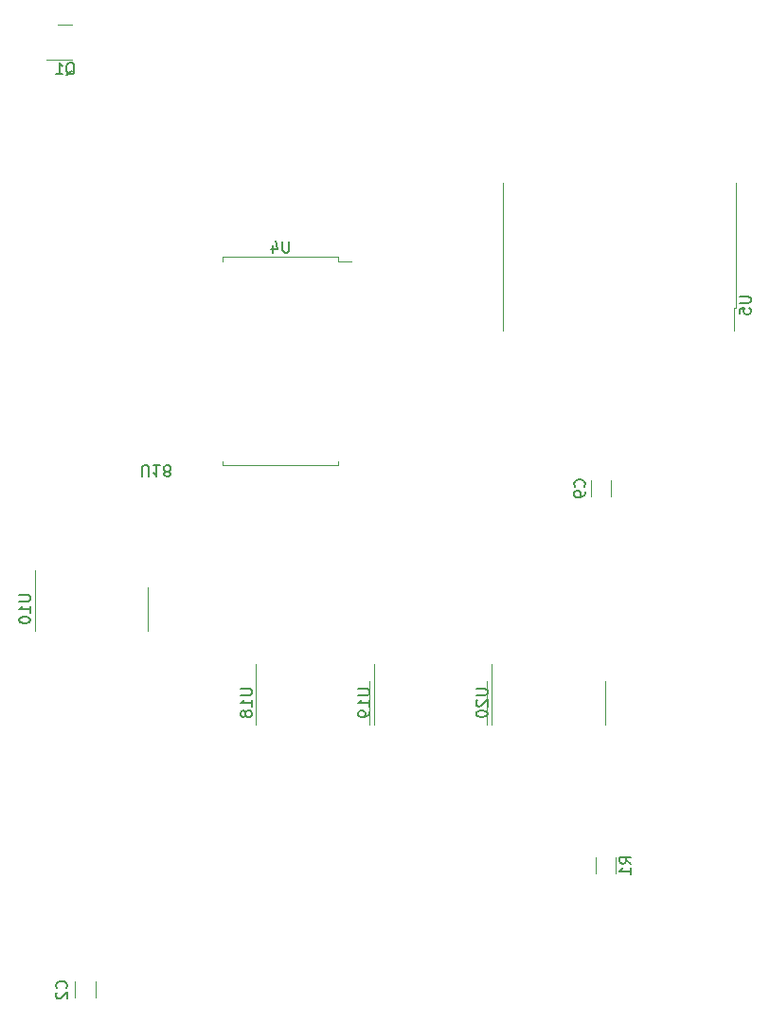
<source format=gbr>
%TF.GenerationSoftware,KiCad,Pcbnew,7.0.5-7.0.5~ubuntu20.04.1*%
%TF.CreationDate,2023-07-18T14:00:40+02:00*%
%TF.ProjectId,RAMROM_512k_board,52414d52-4f4d-45f3-9531-326b5f626f61,rev?*%
%TF.SameCoordinates,Original*%
%TF.FileFunction,Legend,Bot*%
%TF.FilePolarity,Positive*%
%FSLAX46Y46*%
G04 Gerber Fmt 4.6, Leading zero omitted, Abs format (unit mm)*
G04 Created by KiCad (PCBNEW 7.0.5-7.0.5~ubuntu20.04.1) date 2023-07-18 14:00:40*
%MOMM*%
%LPD*%
G01*
G04 APERTURE LIST*
%ADD10C,0.150000*%
%ADD11C,0.120000*%
G04 APERTURE END LIST*
D10*
X140956605Y-92140742D02*
X140956605Y-91331219D01*
X140956605Y-91331219D02*
X141004224Y-91235981D01*
X141004224Y-91235981D02*
X141051843Y-91188362D01*
X141051843Y-91188362D02*
X141147081Y-91140742D01*
X141147081Y-91140742D02*
X141337557Y-91140742D01*
X141337557Y-91140742D02*
X141432795Y-91188362D01*
X141432795Y-91188362D02*
X141480414Y-91235981D01*
X141480414Y-91235981D02*
X141528033Y-91331219D01*
X141528033Y-91331219D02*
X141528033Y-92140742D01*
X142528033Y-91140742D02*
X141956605Y-91140742D01*
X142242319Y-91140742D02*
X142242319Y-92140742D01*
X142242319Y-92140742D02*
X142147081Y-91997885D01*
X142147081Y-91997885D02*
X142051843Y-91902647D01*
X142051843Y-91902647D02*
X141956605Y-91855028D01*
X143099462Y-91712171D02*
X143004224Y-91759790D01*
X143004224Y-91759790D02*
X142956605Y-91807409D01*
X142956605Y-91807409D02*
X142908986Y-91902647D01*
X142908986Y-91902647D02*
X142908986Y-91950266D01*
X142908986Y-91950266D02*
X142956605Y-92045504D01*
X142956605Y-92045504D02*
X143004224Y-92093123D01*
X143004224Y-92093123D02*
X143099462Y-92140742D01*
X143099462Y-92140742D02*
X143289938Y-92140742D01*
X143289938Y-92140742D02*
X143385176Y-92093123D01*
X143385176Y-92093123D02*
X143432795Y-92045504D01*
X143432795Y-92045504D02*
X143480414Y-91950266D01*
X143480414Y-91950266D02*
X143480414Y-91902647D01*
X143480414Y-91902647D02*
X143432795Y-91807409D01*
X143432795Y-91807409D02*
X143385176Y-91759790D01*
X143385176Y-91759790D02*
X143289938Y-91712171D01*
X143289938Y-91712171D02*
X143099462Y-91712171D01*
X143099462Y-91712171D02*
X143004224Y-91664552D01*
X143004224Y-91664552D02*
X142956605Y-91616933D01*
X142956605Y-91616933D02*
X142908986Y-91521695D01*
X142908986Y-91521695D02*
X142908986Y-91331219D01*
X142908986Y-91331219D02*
X142956605Y-91235981D01*
X142956605Y-91235981D02*
X143004224Y-91188362D01*
X143004224Y-91188362D02*
X143099462Y-91140742D01*
X143099462Y-91140742D02*
X143289938Y-91140742D01*
X143289938Y-91140742D02*
X143385176Y-91188362D01*
X143385176Y-91188362D02*
X143432795Y-91235981D01*
X143432795Y-91235981D02*
X143480414Y-91331219D01*
X143480414Y-91331219D02*
X143480414Y-91521695D01*
X143480414Y-91521695D02*
X143432795Y-91616933D01*
X143432795Y-91616933D02*
X143385176Y-91664552D01*
X143385176Y-91664552D02*
X143289938Y-91712171D01*
%TO.C,C2*%
X134141380Y-137884133D02*
X134189000Y-137836514D01*
X134189000Y-137836514D02*
X134236619Y-137693657D01*
X134236619Y-137693657D02*
X134236619Y-137598419D01*
X134236619Y-137598419D02*
X134189000Y-137455562D01*
X134189000Y-137455562D02*
X134093761Y-137360324D01*
X134093761Y-137360324D02*
X133998523Y-137312705D01*
X133998523Y-137312705D02*
X133808047Y-137265086D01*
X133808047Y-137265086D02*
X133665190Y-137265086D01*
X133665190Y-137265086D02*
X133474714Y-137312705D01*
X133474714Y-137312705D02*
X133379476Y-137360324D01*
X133379476Y-137360324D02*
X133284238Y-137455562D01*
X133284238Y-137455562D02*
X133236619Y-137598419D01*
X133236619Y-137598419D02*
X133236619Y-137693657D01*
X133236619Y-137693657D02*
X133284238Y-137836514D01*
X133284238Y-137836514D02*
X133331857Y-137884133D01*
X133331857Y-138265086D02*
X133284238Y-138312705D01*
X133284238Y-138312705D02*
X133236619Y-138407943D01*
X133236619Y-138407943D02*
X133236619Y-138646038D01*
X133236619Y-138646038D02*
X133284238Y-138741276D01*
X133284238Y-138741276D02*
X133331857Y-138788895D01*
X133331857Y-138788895D02*
X133427095Y-138836514D01*
X133427095Y-138836514D02*
X133522333Y-138836514D01*
X133522333Y-138836514D02*
X133665190Y-138788895D01*
X133665190Y-138788895D02*
X134236619Y-138217467D01*
X134236619Y-138217467D02*
X134236619Y-138836514D01*
%TO.C,U5*%
X194343660Y-76081766D02*
X195153183Y-76081766D01*
X195153183Y-76081766D02*
X195248421Y-76129385D01*
X195248421Y-76129385D02*
X195296041Y-76177004D01*
X195296041Y-76177004D02*
X195343660Y-76272242D01*
X195343660Y-76272242D02*
X195343660Y-76462718D01*
X195343660Y-76462718D02*
X195296041Y-76557956D01*
X195296041Y-76557956D02*
X195248421Y-76605575D01*
X195248421Y-76605575D02*
X195153183Y-76653194D01*
X195153183Y-76653194D02*
X194343660Y-76653194D01*
X194343660Y-77605575D02*
X194343660Y-77129385D01*
X194343660Y-77129385D02*
X194819850Y-77081766D01*
X194819850Y-77081766D02*
X194772231Y-77129385D01*
X194772231Y-77129385D02*
X194724612Y-77224623D01*
X194724612Y-77224623D02*
X194724612Y-77462718D01*
X194724612Y-77462718D02*
X194772231Y-77557956D01*
X194772231Y-77557956D02*
X194819850Y-77605575D01*
X194819850Y-77605575D02*
X194915088Y-77653194D01*
X194915088Y-77653194D02*
X195153183Y-77653194D01*
X195153183Y-77653194D02*
X195248421Y-77605575D01*
X195248421Y-77605575D02*
X195296041Y-77557956D01*
X195296041Y-77557956D02*
X195343660Y-77462718D01*
X195343660Y-77462718D02*
X195343660Y-77224623D01*
X195343660Y-77224623D02*
X195296041Y-77129385D01*
X195296041Y-77129385D02*
X195248421Y-77081766D01*
%TO.C,C9*%
X180449780Y-93049533D02*
X180497400Y-93001914D01*
X180497400Y-93001914D02*
X180545019Y-92859057D01*
X180545019Y-92859057D02*
X180545019Y-92763819D01*
X180545019Y-92763819D02*
X180497400Y-92620962D01*
X180497400Y-92620962D02*
X180402161Y-92525724D01*
X180402161Y-92525724D02*
X180306923Y-92478105D01*
X180306923Y-92478105D02*
X180116447Y-92430486D01*
X180116447Y-92430486D02*
X179973590Y-92430486D01*
X179973590Y-92430486D02*
X179783114Y-92478105D01*
X179783114Y-92478105D02*
X179687876Y-92525724D01*
X179687876Y-92525724D02*
X179592638Y-92620962D01*
X179592638Y-92620962D02*
X179545019Y-92763819D01*
X179545019Y-92763819D02*
X179545019Y-92859057D01*
X179545019Y-92859057D02*
X179592638Y-93001914D01*
X179592638Y-93001914D02*
X179640257Y-93049533D01*
X180545019Y-93525724D02*
X180545019Y-93716200D01*
X180545019Y-93716200D02*
X180497400Y-93811438D01*
X180497400Y-93811438D02*
X180449780Y-93859057D01*
X180449780Y-93859057D02*
X180306923Y-93954295D01*
X180306923Y-93954295D02*
X180116447Y-94001914D01*
X180116447Y-94001914D02*
X179735495Y-94001914D01*
X179735495Y-94001914D02*
X179640257Y-93954295D01*
X179640257Y-93954295D02*
X179592638Y-93906676D01*
X179592638Y-93906676D02*
X179545019Y-93811438D01*
X179545019Y-93811438D02*
X179545019Y-93620962D01*
X179545019Y-93620962D02*
X179592638Y-93525724D01*
X179592638Y-93525724D02*
X179640257Y-93478105D01*
X179640257Y-93478105D02*
X179735495Y-93430486D01*
X179735495Y-93430486D02*
X179973590Y-93430486D01*
X179973590Y-93430486D02*
X180068828Y-93478105D01*
X180068828Y-93478105D02*
X180116447Y-93525724D01*
X180116447Y-93525724D02*
X180164066Y-93620962D01*
X180164066Y-93620962D02*
X180164066Y-93811438D01*
X180164066Y-93811438D02*
X180116447Y-93906676D01*
X180116447Y-93906676D02*
X180068828Y-93954295D01*
X180068828Y-93954295D02*
X179973590Y-94001914D01*
%TO.C,U4*%
X154076304Y-71133619D02*
X154076304Y-71943142D01*
X154076304Y-71943142D02*
X154028685Y-72038380D01*
X154028685Y-72038380D02*
X153981066Y-72086000D01*
X153981066Y-72086000D02*
X153885828Y-72133619D01*
X153885828Y-72133619D02*
X153695352Y-72133619D01*
X153695352Y-72133619D02*
X153600114Y-72086000D01*
X153600114Y-72086000D02*
X153552495Y-72038380D01*
X153552495Y-72038380D02*
X153504876Y-71943142D01*
X153504876Y-71943142D02*
X153504876Y-71133619D01*
X152600114Y-71466952D02*
X152600114Y-72133619D01*
X152838209Y-71086000D02*
X153076304Y-71800285D01*
X153076304Y-71800285D02*
X152457257Y-71800285D01*
%TO.C,U10*%
X129952819Y-102739905D02*
X130762342Y-102739905D01*
X130762342Y-102739905D02*
X130857580Y-102787524D01*
X130857580Y-102787524D02*
X130905200Y-102835143D01*
X130905200Y-102835143D02*
X130952819Y-102930381D01*
X130952819Y-102930381D02*
X130952819Y-103120857D01*
X130952819Y-103120857D02*
X130905200Y-103216095D01*
X130905200Y-103216095D02*
X130857580Y-103263714D01*
X130857580Y-103263714D02*
X130762342Y-103311333D01*
X130762342Y-103311333D02*
X129952819Y-103311333D01*
X130952819Y-104311333D02*
X130952819Y-103739905D01*
X130952819Y-104025619D02*
X129952819Y-104025619D01*
X129952819Y-104025619D02*
X130095676Y-103930381D01*
X130095676Y-103930381D02*
X130190914Y-103835143D01*
X130190914Y-103835143D02*
X130238533Y-103739905D01*
X129952819Y-104930381D02*
X129952819Y-105025619D01*
X129952819Y-105025619D02*
X130000438Y-105120857D01*
X130000438Y-105120857D02*
X130048057Y-105168476D01*
X130048057Y-105168476D02*
X130143295Y-105216095D01*
X130143295Y-105216095D02*
X130333771Y-105263714D01*
X130333771Y-105263714D02*
X130571866Y-105263714D01*
X130571866Y-105263714D02*
X130762342Y-105216095D01*
X130762342Y-105216095D02*
X130857580Y-105168476D01*
X130857580Y-105168476D02*
X130905200Y-105120857D01*
X130905200Y-105120857D02*
X130952819Y-105025619D01*
X130952819Y-105025619D02*
X130952819Y-104930381D01*
X130952819Y-104930381D02*
X130905200Y-104835143D01*
X130905200Y-104835143D02*
X130857580Y-104787524D01*
X130857580Y-104787524D02*
X130762342Y-104739905D01*
X130762342Y-104739905D02*
X130571866Y-104692286D01*
X130571866Y-104692286D02*
X130333771Y-104692286D01*
X130333771Y-104692286D02*
X130143295Y-104739905D01*
X130143295Y-104739905D02*
X130048057Y-104787524D01*
X130048057Y-104787524D02*
X130000438Y-104835143D01*
X130000438Y-104835143D02*
X129952819Y-104930381D01*
%TO.C,U18*%
X149751744Y-111138380D02*
X150561267Y-111138380D01*
X150561267Y-111138380D02*
X150656505Y-111185999D01*
X150656505Y-111185999D02*
X150704125Y-111233618D01*
X150704125Y-111233618D02*
X150751744Y-111328856D01*
X150751744Y-111328856D02*
X150751744Y-111519332D01*
X150751744Y-111519332D02*
X150704125Y-111614570D01*
X150704125Y-111614570D02*
X150656505Y-111662189D01*
X150656505Y-111662189D02*
X150561267Y-111709808D01*
X150561267Y-111709808D02*
X149751744Y-111709808D01*
X150751744Y-112709808D02*
X150751744Y-112138380D01*
X150751744Y-112424094D02*
X149751744Y-112424094D01*
X149751744Y-112424094D02*
X149894601Y-112328856D01*
X149894601Y-112328856D02*
X149989839Y-112233618D01*
X149989839Y-112233618D02*
X150037458Y-112138380D01*
X150180315Y-113281237D02*
X150132696Y-113185999D01*
X150132696Y-113185999D02*
X150085077Y-113138380D01*
X150085077Y-113138380D02*
X149989839Y-113090761D01*
X149989839Y-113090761D02*
X149942220Y-113090761D01*
X149942220Y-113090761D02*
X149846982Y-113138380D01*
X149846982Y-113138380D02*
X149799363Y-113185999D01*
X149799363Y-113185999D02*
X149751744Y-113281237D01*
X149751744Y-113281237D02*
X149751744Y-113471713D01*
X149751744Y-113471713D02*
X149799363Y-113566951D01*
X149799363Y-113566951D02*
X149846982Y-113614570D01*
X149846982Y-113614570D02*
X149942220Y-113662189D01*
X149942220Y-113662189D02*
X149989839Y-113662189D01*
X149989839Y-113662189D02*
X150085077Y-113614570D01*
X150085077Y-113614570D02*
X150132696Y-113566951D01*
X150132696Y-113566951D02*
X150180315Y-113471713D01*
X150180315Y-113471713D02*
X150180315Y-113281237D01*
X150180315Y-113281237D02*
X150227934Y-113185999D01*
X150227934Y-113185999D02*
X150275553Y-113138380D01*
X150275553Y-113138380D02*
X150370791Y-113090761D01*
X150370791Y-113090761D02*
X150561267Y-113090761D01*
X150561267Y-113090761D02*
X150656505Y-113138380D01*
X150656505Y-113138380D02*
X150704125Y-113185999D01*
X150704125Y-113185999D02*
X150751744Y-113281237D01*
X150751744Y-113281237D02*
X150751744Y-113471713D01*
X150751744Y-113471713D02*
X150704125Y-113566951D01*
X150704125Y-113566951D02*
X150656505Y-113614570D01*
X150656505Y-113614570D02*
X150561267Y-113662189D01*
X150561267Y-113662189D02*
X150370791Y-113662189D01*
X150370791Y-113662189D02*
X150275553Y-113614570D01*
X150275553Y-113614570D02*
X150227934Y-113566951D01*
X150227934Y-113566951D02*
X150180315Y-113471713D01*
%TO.C,Q1*%
X134158738Y-56290057D02*
X134253976Y-56242438D01*
X134253976Y-56242438D02*
X134349214Y-56147200D01*
X134349214Y-56147200D02*
X134492071Y-56004342D01*
X134492071Y-56004342D02*
X134587309Y-55956723D01*
X134587309Y-55956723D02*
X134682547Y-55956723D01*
X134634928Y-56194819D02*
X134730166Y-56147200D01*
X134730166Y-56147200D02*
X134825404Y-56051961D01*
X134825404Y-56051961D02*
X134873023Y-55861485D01*
X134873023Y-55861485D02*
X134873023Y-55528152D01*
X134873023Y-55528152D02*
X134825404Y-55337676D01*
X134825404Y-55337676D02*
X134730166Y-55242438D01*
X134730166Y-55242438D02*
X134634928Y-55194819D01*
X134634928Y-55194819D02*
X134444452Y-55194819D01*
X134444452Y-55194819D02*
X134349214Y-55242438D01*
X134349214Y-55242438D02*
X134253976Y-55337676D01*
X134253976Y-55337676D02*
X134206357Y-55528152D01*
X134206357Y-55528152D02*
X134206357Y-55861485D01*
X134206357Y-55861485D02*
X134253976Y-56051961D01*
X134253976Y-56051961D02*
X134349214Y-56147200D01*
X134349214Y-56147200D02*
X134444452Y-56194819D01*
X134444452Y-56194819D02*
X134634928Y-56194819D01*
X133253976Y-56194819D02*
X133825404Y-56194819D01*
X133539690Y-56194819D02*
X133539690Y-55194819D01*
X133539690Y-55194819D02*
X133634928Y-55337676D01*
X133634928Y-55337676D02*
X133730166Y-55432914D01*
X133730166Y-55432914D02*
X133825404Y-55480533D01*
%TO.C,U19*%
X160267344Y-111138380D02*
X161076867Y-111138380D01*
X161076867Y-111138380D02*
X161172105Y-111185999D01*
X161172105Y-111185999D02*
X161219725Y-111233618D01*
X161219725Y-111233618D02*
X161267344Y-111328856D01*
X161267344Y-111328856D02*
X161267344Y-111519332D01*
X161267344Y-111519332D02*
X161219725Y-111614570D01*
X161219725Y-111614570D02*
X161172105Y-111662189D01*
X161172105Y-111662189D02*
X161076867Y-111709808D01*
X161076867Y-111709808D02*
X160267344Y-111709808D01*
X161267344Y-112709808D02*
X161267344Y-112138380D01*
X161267344Y-112424094D02*
X160267344Y-112424094D01*
X160267344Y-112424094D02*
X160410201Y-112328856D01*
X160410201Y-112328856D02*
X160505439Y-112233618D01*
X160505439Y-112233618D02*
X160553058Y-112138380D01*
X161267344Y-113185999D02*
X161267344Y-113376475D01*
X161267344Y-113376475D02*
X161219725Y-113471713D01*
X161219725Y-113471713D02*
X161172105Y-113519332D01*
X161172105Y-113519332D02*
X161029248Y-113614570D01*
X161029248Y-113614570D02*
X160838772Y-113662189D01*
X160838772Y-113662189D02*
X160457820Y-113662189D01*
X160457820Y-113662189D02*
X160362582Y-113614570D01*
X160362582Y-113614570D02*
X160314963Y-113566951D01*
X160314963Y-113566951D02*
X160267344Y-113471713D01*
X160267344Y-113471713D02*
X160267344Y-113281237D01*
X160267344Y-113281237D02*
X160314963Y-113185999D01*
X160314963Y-113185999D02*
X160362582Y-113138380D01*
X160362582Y-113138380D02*
X160457820Y-113090761D01*
X160457820Y-113090761D02*
X160695915Y-113090761D01*
X160695915Y-113090761D02*
X160791153Y-113138380D01*
X160791153Y-113138380D02*
X160838772Y-113185999D01*
X160838772Y-113185999D02*
X160886391Y-113281237D01*
X160886391Y-113281237D02*
X160886391Y-113471713D01*
X160886391Y-113471713D02*
X160838772Y-113566951D01*
X160838772Y-113566951D02*
X160791153Y-113614570D01*
X160791153Y-113614570D02*
X160695915Y-113662189D01*
%TO.C,U20*%
X170808344Y-111127180D02*
X171617867Y-111127180D01*
X171617867Y-111127180D02*
X171713105Y-111174799D01*
X171713105Y-111174799D02*
X171760725Y-111222418D01*
X171760725Y-111222418D02*
X171808344Y-111317656D01*
X171808344Y-111317656D02*
X171808344Y-111508132D01*
X171808344Y-111508132D02*
X171760725Y-111603370D01*
X171760725Y-111603370D02*
X171713105Y-111650989D01*
X171713105Y-111650989D02*
X171617867Y-111698608D01*
X171617867Y-111698608D02*
X170808344Y-111698608D01*
X170903582Y-112127180D02*
X170855963Y-112174799D01*
X170855963Y-112174799D02*
X170808344Y-112270037D01*
X170808344Y-112270037D02*
X170808344Y-112508132D01*
X170808344Y-112508132D02*
X170855963Y-112603370D01*
X170855963Y-112603370D02*
X170903582Y-112650989D01*
X170903582Y-112650989D02*
X170998820Y-112698608D01*
X170998820Y-112698608D02*
X171094058Y-112698608D01*
X171094058Y-112698608D02*
X171236915Y-112650989D01*
X171236915Y-112650989D02*
X171808344Y-112079561D01*
X171808344Y-112079561D02*
X171808344Y-112698608D01*
X170808344Y-113317656D02*
X170808344Y-113412894D01*
X170808344Y-113412894D02*
X170855963Y-113508132D01*
X170855963Y-113508132D02*
X170903582Y-113555751D01*
X170903582Y-113555751D02*
X170998820Y-113603370D01*
X170998820Y-113603370D02*
X171189296Y-113650989D01*
X171189296Y-113650989D02*
X171427391Y-113650989D01*
X171427391Y-113650989D02*
X171617867Y-113603370D01*
X171617867Y-113603370D02*
X171713105Y-113555751D01*
X171713105Y-113555751D02*
X171760725Y-113508132D01*
X171760725Y-113508132D02*
X171808344Y-113412894D01*
X171808344Y-113412894D02*
X171808344Y-113317656D01*
X171808344Y-113317656D02*
X171760725Y-113222418D01*
X171760725Y-113222418D02*
X171713105Y-113174799D01*
X171713105Y-113174799D02*
X171617867Y-113127180D01*
X171617867Y-113127180D02*
X171427391Y-113079561D01*
X171427391Y-113079561D02*
X171189296Y-113079561D01*
X171189296Y-113079561D02*
X170998820Y-113127180D01*
X170998820Y-113127180D02*
X170903582Y-113174799D01*
X170903582Y-113174799D02*
X170855963Y-113222418D01*
X170855963Y-113222418D02*
X170808344Y-113317656D01*
%TO.C,R1*%
X184646819Y-126757133D02*
X184170628Y-126423800D01*
X184646819Y-126185705D02*
X183646819Y-126185705D01*
X183646819Y-126185705D02*
X183646819Y-126566657D01*
X183646819Y-126566657D02*
X183694438Y-126661895D01*
X183694438Y-126661895D02*
X183742057Y-126709514D01*
X183742057Y-126709514D02*
X183837295Y-126757133D01*
X183837295Y-126757133D02*
X183980152Y-126757133D01*
X183980152Y-126757133D02*
X184075390Y-126709514D01*
X184075390Y-126709514D02*
X184123009Y-126661895D01*
X184123009Y-126661895D02*
X184170628Y-126566657D01*
X184170628Y-126566657D02*
X184170628Y-126185705D01*
X184646819Y-127709514D02*
X184646819Y-127138086D01*
X184646819Y-127423800D02*
X183646819Y-127423800D01*
X183646819Y-127423800D02*
X183789676Y-127328562D01*
X183789676Y-127328562D02*
X183884914Y-127233324D01*
X183884914Y-127233324D02*
X183932533Y-127138086D01*
D11*
%TO.C,C2*%
X136774600Y-137263348D02*
X136774600Y-138685852D01*
X134954600Y-137263348D02*
X134954600Y-138685852D01*
%TO.C,U5*%
X173238841Y-79093671D02*
X173238841Y-65893671D01*
X193838841Y-77093671D02*
X193838841Y-79093671D01*
X194038841Y-77093671D02*
X193838841Y-77093671D01*
X194038841Y-77093671D02*
X194038841Y-65893671D01*
%TO.C,C9*%
X182850200Y-92504948D02*
X182850200Y-93927452D01*
X181030200Y-92504948D02*
X181030200Y-93927452D01*
%TO.C,U4*%
X158504400Y-91153800D02*
X158504400Y-90773800D01*
X158504400Y-72903800D02*
X159664400Y-72903800D01*
X158504400Y-72523800D02*
X158504400Y-72903800D01*
X153314400Y-91153800D02*
X158504400Y-91153800D01*
X153314400Y-91153800D02*
X148124400Y-91153800D01*
X153314400Y-72523800D02*
X158504400Y-72523800D01*
X153314400Y-72523800D02*
X148124400Y-72523800D01*
X148124400Y-91153800D02*
X148124400Y-90773800D01*
X148124400Y-72523800D02*
X148124400Y-72903800D01*
%TO.C,U10*%
X141458000Y-103978000D02*
X141458000Y-102028000D01*
X141458000Y-103978000D02*
X141458000Y-105928000D01*
X131338000Y-103978000D02*
X131338000Y-100528000D01*
X131338000Y-103978000D02*
X131338000Y-105928000D01*
%TO.C,U18*%
X161256925Y-112376475D02*
X161256925Y-110426475D01*
X161256925Y-112376475D02*
X161256925Y-114326475D01*
X151136925Y-112376475D02*
X151136925Y-108926475D01*
X151136925Y-112376475D02*
X151136925Y-114326475D01*
%TO.C,Q1*%
X134063500Y-51780000D02*
X133413500Y-51780000D01*
X134063500Y-51780000D02*
X134713500Y-51780000D01*
X134063500Y-54900000D02*
X132388500Y-54900000D01*
X134063500Y-54900000D02*
X134713500Y-54900000D01*
%TO.C,U19*%
X171772525Y-112376475D02*
X171772525Y-110426475D01*
X171772525Y-112376475D02*
X171772525Y-114326475D01*
X161652525Y-112376475D02*
X161652525Y-108926475D01*
X161652525Y-112376475D02*
X161652525Y-114326475D01*
%TO.C,U20*%
X182313525Y-112365275D02*
X182313525Y-110415275D01*
X182313525Y-112365275D02*
X182313525Y-114315275D01*
X172193525Y-112365275D02*
X172193525Y-108915275D01*
X172193525Y-112365275D02*
X172193525Y-114315275D01*
%TO.C,R1*%
X181462000Y-127650864D02*
X181462000Y-126196736D01*
X183282000Y-127650864D02*
X183282000Y-126196736D01*
%TD*%
M02*

</source>
